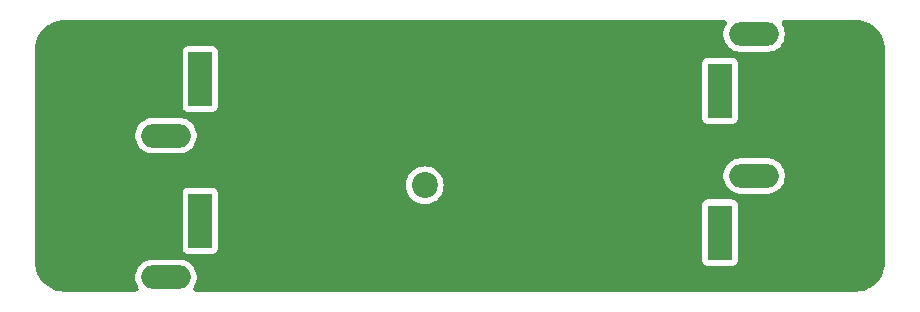
<source format=gbr>
%TF.GenerationSoftware,KiCad,Pcbnew,8.0.5*%
%TF.CreationDate,2024-12-30T19:02:22+01:00*%
%TF.ProjectId,ledPowerConnector,6c656450-6f77-4657-9243-6f6e6e656374,rev?*%
%TF.SameCoordinates,Original*%
%TF.FileFunction,Copper,L2,Bot*%
%TF.FilePolarity,Positive*%
%FSLAX46Y46*%
G04 Gerber Fmt 4.6, Leading zero omitted, Abs format (unit mm)*
G04 Created by KiCad (PCBNEW 8.0.5) date 2024-12-30 19:02:22*
%MOMM*%
%LPD*%
G01*
G04 APERTURE LIST*
%TA.AperFunction,ComponentPad*%
%ADD10C,2.200000*%
%TD*%
%TA.AperFunction,ComponentPad*%
%ADD11R,2.000000X4.600000*%
%TD*%
%TA.AperFunction,ComponentPad*%
%ADD12O,4.200000X2.000000*%
%TD*%
%TA.AperFunction,ComponentPad*%
%ADD13O,2.000000X4.200000*%
%TD*%
G04 APERTURE END LIST*
D10*
%TO.P,J6,1,Pin_1*%
%TO.N,/V+*%
X145500000Y-107500000D03*
%TD*%
D11*
%TO.P,J3,1*%
%TO.N,/V+*%
X126500000Y-110500000D03*
D12*
%TO.P,J3,2*%
%TO.N,unconnected-(J3-Pad2)*%
X123600000Y-115300000D03*
D13*
%TO.P,J3,3*%
%TO.N,/V-*%
X120200000Y-110500000D03*
%TD*%
D11*
%TO.P,J2,1*%
%TO.N,/V+*%
X170500000Y-111500000D03*
D12*
%TO.P,J2,2*%
%TO.N,unconnected-(J2-Pad2)*%
X173400000Y-106700000D03*
D13*
%TO.P,J2,3*%
%TO.N,/V-*%
X176800000Y-111500000D03*
%TD*%
D11*
%TO.P,J4,1*%
%TO.N,/V+*%
X126500000Y-98500000D03*
D12*
%TO.P,J4,2*%
%TO.N,unconnected-(J4-Pad2)*%
X123600000Y-103300000D03*
D13*
%TO.P,J4,3*%
%TO.N,/V-*%
X120200000Y-98500000D03*
%TD*%
D11*
%TO.P,J1,1*%
%TO.N,/V+*%
X170500000Y-99500000D03*
D12*
%TO.P,J1,2*%
%TO.N,unconnected-(J1-Pad2)*%
X173400000Y-94700000D03*
D13*
%TO.P,J1,3*%
%TO.N,/V-*%
X176800000Y-99500000D03*
%TD*%
D10*
%TO.P,J5,1,Pin_1*%
%TO.N,/V-*%
X140500000Y-107500000D03*
%TD*%
%TA.AperFunction,Conductor*%
%TO.N,/V-*%
G36*
X170923365Y-93519454D02*
G01*
X171004147Y-93573430D01*
X171058123Y-93654212D01*
X171077077Y-93749500D01*
X171058123Y-93844788D01*
X171029523Y-93895858D01*
X171016659Y-93913563D01*
X170909430Y-94124012D01*
X170836446Y-94348635D01*
X170799501Y-94581896D01*
X170799500Y-94581912D01*
X170799500Y-94818087D01*
X170799501Y-94818103D01*
X170836446Y-95051364D01*
X170836447Y-95051368D01*
X170909432Y-95275992D01*
X170966222Y-95387448D01*
X171016659Y-95486437D01*
X171155478Y-95677504D01*
X171155480Y-95677506D01*
X171155483Y-95677510D01*
X171322490Y-95844517D01*
X171322493Y-95844519D01*
X171322495Y-95844521D01*
X171513562Y-95983340D01*
X171513564Y-95983341D01*
X171513567Y-95983343D01*
X171724008Y-96090568D01*
X171948632Y-96163553D01*
X172181908Y-96200500D01*
X172181912Y-96200500D01*
X174618088Y-96200500D01*
X174618092Y-96200500D01*
X174851368Y-96163553D01*
X175075992Y-96090568D01*
X175286433Y-95983343D01*
X175477510Y-95844517D01*
X175644517Y-95677510D01*
X175783343Y-95486433D01*
X175890568Y-95275992D01*
X175963553Y-95051368D01*
X176000500Y-94818092D01*
X176000500Y-94581908D01*
X175963553Y-94348632D01*
X175890568Y-94124008D01*
X175783343Y-93913567D01*
X175770477Y-93895858D01*
X175729803Y-93807627D01*
X175725989Y-93710547D01*
X175759616Y-93619397D01*
X175825565Y-93548054D01*
X175913796Y-93507380D01*
X175971923Y-93500500D01*
X181934108Y-93500500D01*
X181992472Y-93500500D01*
X182007505Y-93500954D01*
X182020011Y-93501710D01*
X182286261Y-93517815D01*
X182316088Y-93521437D01*
X182583363Y-93570417D01*
X182612546Y-93577610D01*
X182871956Y-93658446D01*
X182900059Y-93669103D01*
X183147845Y-93780623D01*
X183174464Y-93794594D01*
X183406989Y-93935161D01*
X183431734Y-93952241D01*
X183645616Y-94119806D01*
X183668123Y-94139745D01*
X183860254Y-94331876D01*
X183880193Y-94354383D01*
X184047758Y-94568265D01*
X184064838Y-94593010D01*
X184205405Y-94825535D01*
X184219379Y-94852160D01*
X184330893Y-95099934D01*
X184341555Y-95128049D01*
X184422387Y-95387448D01*
X184429583Y-95416642D01*
X184478560Y-95683899D01*
X184482185Y-95713749D01*
X184499046Y-95992494D01*
X184499500Y-96007528D01*
X184499500Y-113992471D01*
X184499046Y-114007505D01*
X184482185Y-114286250D01*
X184478560Y-114316100D01*
X184429583Y-114583357D01*
X184422387Y-114612551D01*
X184341555Y-114871950D01*
X184330893Y-114900065D01*
X184219379Y-115147839D01*
X184205405Y-115174464D01*
X184064838Y-115406989D01*
X184047758Y-115431734D01*
X183880193Y-115645616D01*
X183860254Y-115668123D01*
X183668123Y-115860254D01*
X183645616Y-115880193D01*
X183431734Y-116047758D01*
X183406989Y-116064838D01*
X183174464Y-116205405D01*
X183147839Y-116219379D01*
X182900065Y-116330893D01*
X182871950Y-116341555D01*
X182612551Y-116422387D01*
X182583357Y-116429583D01*
X182316100Y-116478560D01*
X182286250Y-116482185D01*
X182007506Y-116499046D01*
X181992472Y-116499500D01*
X126171923Y-116499500D01*
X126076635Y-116480546D01*
X125995853Y-116426570D01*
X125941877Y-116345788D01*
X125922923Y-116250500D01*
X125941877Y-116155212D01*
X125970477Y-116104142D01*
X125974562Y-116098518D01*
X125983343Y-116086433D01*
X126090568Y-115875992D01*
X126163553Y-115651368D01*
X126200500Y-115418092D01*
X126200500Y-115181908D01*
X126163553Y-114948632D01*
X126090568Y-114724008D01*
X125983343Y-114513567D01*
X125983341Y-114513564D01*
X125983340Y-114513562D01*
X125844521Y-114322495D01*
X125844519Y-114322493D01*
X125844517Y-114322490D01*
X125677510Y-114155483D01*
X125677506Y-114155480D01*
X125677504Y-114155478D01*
X125486437Y-114016659D01*
X125324421Y-113934108D01*
X125275992Y-113909432D01*
X125275989Y-113909431D01*
X125275987Y-113909430D01*
X125151079Y-113868845D01*
X125051368Y-113836447D01*
X125051366Y-113836446D01*
X125051364Y-113836446D01*
X124818103Y-113799501D01*
X124818094Y-113799500D01*
X124818092Y-113799500D01*
X122381908Y-113799500D01*
X122381905Y-113799500D01*
X122381896Y-113799501D01*
X122148635Y-113836446D01*
X121924012Y-113909430D01*
X121713562Y-114016659D01*
X121522495Y-114155478D01*
X121355478Y-114322495D01*
X121216659Y-114513562D01*
X121109430Y-114724012D01*
X121036446Y-114948635D01*
X120999501Y-115181896D01*
X120999500Y-115181912D01*
X120999500Y-115418087D01*
X120999501Y-115418103D01*
X121012229Y-115498462D01*
X121036447Y-115651368D01*
X121109432Y-115875992D01*
X121201685Y-116057048D01*
X121216659Y-116086436D01*
X121229523Y-116104142D01*
X121270197Y-116192373D01*
X121274011Y-116289453D01*
X121240384Y-116380603D01*
X121174435Y-116451946D01*
X121086204Y-116492620D01*
X121028077Y-116499500D01*
X115007528Y-116499500D01*
X114992494Y-116499046D01*
X114713749Y-116482185D01*
X114683899Y-116478560D01*
X114416642Y-116429583D01*
X114387448Y-116422387D01*
X114128049Y-116341555D01*
X114099934Y-116330893D01*
X113852160Y-116219379D01*
X113825535Y-116205405D01*
X113593010Y-116064838D01*
X113568265Y-116047758D01*
X113354383Y-115880193D01*
X113331876Y-115860254D01*
X113139745Y-115668123D01*
X113119806Y-115645616D01*
X112952241Y-115431734D01*
X112935161Y-115406989D01*
X112807421Y-115195682D01*
X112794593Y-115174463D01*
X112780620Y-115147839D01*
X112690964Y-114948632D01*
X112669103Y-114900059D01*
X112658444Y-114871950D01*
X112612343Y-114724008D01*
X112577610Y-114612546D01*
X112570416Y-114583357D01*
X112557752Y-114514250D01*
X112521437Y-114316088D01*
X112517815Y-114286261D01*
X112500954Y-114007504D01*
X112500500Y-113992471D01*
X112500500Y-108152123D01*
X124999500Y-108152123D01*
X124999500Y-112847865D01*
X124999500Y-112847868D01*
X124999501Y-112847872D01*
X125001567Y-112867093D01*
X125005908Y-112907480D01*
X125005909Y-112907483D01*
X125056204Y-113042331D01*
X125142454Y-113157546D01*
X125257669Y-113243796D01*
X125392517Y-113294091D01*
X125452127Y-113300500D01*
X127547872Y-113300499D01*
X127607483Y-113294091D01*
X127742331Y-113243796D01*
X127857546Y-113157546D01*
X127943796Y-113042331D01*
X127994091Y-112907483D01*
X128000500Y-112847873D01*
X128000499Y-109152123D01*
X168999500Y-109152123D01*
X168999500Y-113847865D01*
X168999500Y-113847868D01*
X168999501Y-113847872D01*
X169001567Y-113867093D01*
X169005908Y-113907480D01*
X169005909Y-113907484D01*
X169046628Y-114016657D01*
X169056204Y-114042331D01*
X169142454Y-114157546D01*
X169257669Y-114243796D01*
X169392517Y-114294091D01*
X169452127Y-114300500D01*
X171547872Y-114300499D01*
X171607483Y-114294091D01*
X171742331Y-114243796D01*
X171857546Y-114157546D01*
X171943796Y-114042331D01*
X171994091Y-113907483D01*
X172000500Y-113847873D01*
X172000499Y-109152128D01*
X171994091Y-109092517D01*
X171943796Y-108957669D01*
X171857546Y-108842454D01*
X171742331Y-108756204D01*
X171662117Y-108726286D01*
X171607481Y-108705908D01*
X171547873Y-108699500D01*
X169452134Y-108699500D01*
X169452130Y-108699500D01*
X169452128Y-108699501D01*
X169439314Y-108700878D01*
X169392519Y-108705908D01*
X169392515Y-108705909D01*
X169257670Y-108756203D01*
X169142455Y-108842453D01*
X169142453Y-108842455D01*
X169056204Y-108957669D01*
X169005908Y-109092518D01*
X168999500Y-109152123D01*
X128000499Y-109152123D01*
X128000499Y-108152128D01*
X127994091Y-108092517D01*
X127943796Y-107957669D01*
X127857546Y-107842454D01*
X127742331Y-107756204D01*
X127662117Y-107726286D01*
X127607481Y-107705908D01*
X127547873Y-107699500D01*
X125452134Y-107699500D01*
X125452130Y-107699500D01*
X125452128Y-107699501D01*
X125439314Y-107700878D01*
X125392519Y-107705908D01*
X125392515Y-107705909D01*
X125257670Y-107756203D01*
X125142455Y-107842453D01*
X125142453Y-107842455D01*
X125056204Y-107957669D01*
X125005908Y-108092518D01*
X124999500Y-108152123D01*
X112500500Y-108152123D01*
X112500500Y-107499994D01*
X143894551Y-107499994D01*
X143894551Y-107500005D01*
X143914316Y-107751145D01*
X143973126Y-107996108D01*
X143973129Y-107996116D01*
X144069533Y-108228858D01*
X144069537Y-108228864D01*
X144201158Y-108443652D01*
X144201160Y-108443654D01*
X144201163Y-108443657D01*
X144201164Y-108443659D01*
X144364776Y-108635224D01*
X144556341Y-108798836D01*
X144556345Y-108798839D01*
X144556347Y-108798841D01*
X144728971Y-108904624D01*
X144771141Y-108930466D01*
X145003889Y-109026873D01*
X145248852Y-109085683D01*
X145320608Y-109091330D01*
X145499995Y-109105449D01*
X145500000Y-109105449D01*
X145500005Y-109105449D01*
X145664340Y-109092515D01*
X145751148Y-109085683D01*
X145996111Y-109026873D01*
X146228859Y-108930466D01*
X146350974Y-108855633D01*
X146443652Y-108798841D01*
X146443654Y-108798839D01*
X146443653Y-108798839D01*
X146443659Y-108798836D01*
X146635224Y-108635224D01*
X146798836Y-108443659D01*
X146798839Y-108443653D01*
X146798841Y-108443652D01*
X146855633Y-108350974D01*
X146930466Y-108228859D01*
X147026873Y-107996111D01*
X147085683Y-107751148D01*
X147105449Y-107500000D01*
X147104381Y-107486433D01*
X147085683Y-107248854D01*
X147038272Y-107051368D01*
X147026873Y-107003889D01*
X146930466Y-106771141D01*
X146904624Y-106728971D01*
X146814507Y-106581912D01*
X170799500Y-106581912D01*
X170799500Y-106818087D01*
X170799501Y-106818103D01*
X170836446Y-107051364D01*
X170900613Y-107248852D01*
X170909432Y-107275992D01*
X171009683Y-107472747D01*
X171016659Y-107486437D01*
X171155478Y-107677504D01*
X171155480Y-107677506D01*
X171155483Y-107677510D01*
X171322490Y-107844517D01*
X171322493Y-107844519D01*
X171322495Y-107844521D01*
X171513562Y-107983340D01*
X171513564Y-107983341D01*
X171513567Y-107983343D01*
X171724008Y-108090568D01*
X171948632Y-108163553D01*
X172181908Y-108200500D01*
X172181912Y-108200500D01*
X174618088Y-108200500D01*
X174618092Y-108200500D01*
X174851368Y-108163553D01*
X175075992Y-108090568D01*
X175286433Y-107983343D01*
X175477510Y-107844517D01*
X175644517Y-107677510D01*
X175783343Y-107486433D01*
X175890568Y-107275992D01*
X175963553Y-107051368D01*
X176000500Y-106818092D01*
X176000500Y-106581908D01*
X175963553Y-106348632D01*
X175890568Y-106124008D01*
X175783343Y-105913567D01*
X175783341Y-105913564D01*
X175783340Y-105913562D01*
X175644521Y-105722495D01*
X175644519Y-105722493D01*
X175644517Y-105722490D01*
X175477510Y-105555483D01*
X175477506Y-105555480D01*
X175477504Y-105555478D01*
X175286437Y-105416659D01*
X175272747Y-105409683D01*
X175075992Y-105309432D01*
X175075989Y-105309431D01*
X175075987Y-105309430D01*
X174951079Y-105268845D01*
X174851368Y-105236447D01*
X174851366Y-105236446D01*
X174851364Y-105236446D01*
X174618103Y-105199501D01*
X174618094Y-105199500D01*
X174618092Y-105199500D01*
X172181908Y-105199500D01*
X172181905Y-105199500D01*
X172181896Y-105199501D01*
X171948635Y-105236446D01*
X171724012Y-105309430D01*
X171513562Y-105416659D01*
X171322495Y-105555478D01*
X171155478Y-105722495D01*
X171016659Y-105913562D01*
X170909430Y-106124012D01*
X170836446Y-106348635D01*
X170799501Y-106581896D01*
X170799500Y-106581912D01*
X146814507Y-106581912D01*
X146798841Y-106556347D01*
X146798839Y-106556345D01*
X146798836Y-106556341D01*
X146635224Y-106364776D01*
X146443659Y-106201164D01*
X146443657Y-106201163D01*
X146443654Y-106201160D01*
X146443652Y-106201158D01*
X146228864Y-106069537D01*
X146228858Y-106069533D01*
X145996116Y-105973129D01*
X145996108Y-105973126D01*
X145751145Y-105914316D01*
X145500005Y-105894551D01*
X145499995Y-105894551D01*
X145248854Y-105914316D01*
X145003891Y-105973126D01*
X145003883Y-105973129D01*
X144771141Y-106069533D01*
X144771135Y-106069537D01*
X144556347Y-106201158D01*
X144556345Y-106201160D01*
X144364779Y-106364773D01*
X144364773Y-106364779D01*
X144201160Y-106556345D01*
X144201158Y-106556347D01*
X144069537Y-106771135D01*
X144069533Y-106771141D01*
X143973129Y-107003883D01*
X143973126Y-107003891D01*
X143914316Y-107248854D01*
X143894551Y-107499994D01*
X112500500Y-107499994D01*
X112500500Y-103181912D01*
X120999500Y-103181912D01*
X120999500Y-103418087D01*
X120999501Y-103418103D01*
X121036446Y-103651364D01*
X121036447Y-103651368D01*
X121109432Y-103875992D01*
X121209683Y-104072747D01*
X121216659Y-104086437D01*
X121355478Y-104277504D01*
X121355480Y-104277506D01*
X121355483Y-104277510D01*
X121522490Y-104444517D01*
X121522493Y-104444519D01*
X121522495Y-104444521D01*
X121713562Y-104583340D01*
X121713564Y-104583341D01*
X121713567Y-104583343D01*
X121924008Y-104690568D01*
X122148632Y-104763553D01*
X122381908Y-104800500D01*
X122381912Y-104800500D01*
X124818088Y-104800500D01*
X124818092Y-104800500D01*
X125051368Y-104763553D01*
X125275992Y-104690568D01*
X125486433Y-104583343D01*
X125677510Y-104444517D01*
X125844517Y-104277510D01*
X125983343Y-104086433D01*
X126090568Y-103875992D01*
X126163553Y-103651368D01*
X126200500Y-103418092D01*
X126200500Y-103181908D01*
X126163553Y-102948632D01*
X126090568Y-102724008D01*
X125983343Y-102513567D01*
X125983341Y-102513564D01*
X125983340Y-102513562D01*
X125844521Y-102322495D01*
X125844519Y-102322493D01*
X125844517Y-102322490D01*
X125677510Y-102155483D01*
X125677506Y-102155480D01*
X125677504Y-102155478D01*
X125486437Y-102016659D01*
X125472747Y-102009683D01*
X125275992Y-101909432D01*
X125275989Y-101909431D01*
X125275987Y-101909430D01*
X125151079Y-101868845D01*
X125051368Y-101836447D01*
X125051366Y-101836446D01*
X125051364Y-101836446D01*
X124818103Y-101799501D01*
X124818094Y-101799500D01*
X124818092Y-101799500D01*
X122381908Y-101799500D01*
X122381905Y-101799500D01*
X122381896Y-101799501D01*
X122148635Y-101836446D01*
X121924012Y-101909430D01*
X121713562Y-102016659D01*
X121522495Y-102155478D01*
X121355478Y-102322495D01*
X121216659Y-102513562D01*
X121109430Y-102724012D01*
X121036446Y-102948635D01*
X120999501Y-103181896D01*
X120999500Y-103181912D01*
X112500500Y-103181912D01*
X112500500Y-96152123D01*
X124999500Y-96152123D01*
X124999500Y-100847865D01*
X124999500Y-100847868D01*
X124999501Y-100847872D01*
X125001567Y-100867093D01*
X125005908Y-100907480D01*
X125005909Y-100907483D01*
X125056204Y-101042331D01*
X125142454Y-101157546D01*
X125257669Y-101243796D01*
X125392517Y-101294091D01*
X125452127Y-101300500D01*
X127547872Y-101300499D01*
X127607483Y-101294091D01*
X127742331Y-101243796D01*
X127857546Y-101157546D01*
X127943796Y-101042331D01*
X127994091Y-100907483D01*
X128000500Y-100847873D01*
X128000499Y-97152123D01*
X168999500Y-97152123D01*
X168999500Y-101847865D01*
X168999500Y-101847868D01*
X168999501Y-101847872D01*
X169001567Y-101867093D01*
X169005908Y-101907480D01*
X169005909Y-101907483D01*
X169056204Y-102042331D01*
X169142454Y-102157546D01*
X169257669Y-102243796D01*
X169392517Y-102294091D01*
X169452127Y-102300500D01*
X171547872Y-102300499D01*
X171607483Y-102294091D01*
X171742331Y-102243796D01*
X171857546Y-102157546D01*
X171943796Y-102042331D01*
X171994091Y-101907483D01*
X172000500Y-101847873D01*
X172000499Y-97152128D01*
X171994091Y-97092517D01*
X171943796Y-96957669D01*
X171857546Y-96842454D01*
X171742331Y-96756204D01*
X171662117Y-96726286D01*
X171607481Y-96705908D01*
X171547873Y-96699500D01*
X169452134Y-96699500D01*
X169452130Y-96699500D01*
X169452128Y-96699501D01*
X169439314Y-96700878D01*
X169392519Y-96705908D01*
X169392515Y-96705909D01*
X169257670Y-96756203D01*
X169142455Y-96842453D01*
X169142453Y-96842455D01*
X169056204Y-96957669D01*
X169005908Y-97092518D01*
X168999500Y-97152123D01*
X128000499Y-97152123D01*
X128000499Y-96152128D01*
X127994091Y-96092517D01*
X127943796Y-95957669D01*
X127857546Y-95842454D01*
X127742331Y-95756204D01*
X127628506Y-95713750D01*
X127607481Y-95705908D01*
X127547873Y-95699500D01*
X125452134Y-95699500D01*
X125452130Y-95699500D01*
X125452128Y-95699501D01*
X125439314Y-95700878D01*
X125392519Y-95705908D01*
X125392515Y-95705909D01*
X125257670Y-95756203D01*
X125142455Y-95842453D01*
X125142453Y-95842455D01*
X125056204Y-95957669D01*
X125005908Y-96092518D01*
X124999500Y-96152123D01*
X112500500Y-96152123D01*
X112500500Y-96007528D01*
X112500954Y-95992495D01*
X112503060Y-95957670D01*
X112517815Y-95713736D01*
X112521437Y-95683913D01*
X112570418Y-95416632D01*
X112577609Y-95387457D01*
X112658448Y-95128037D01*
X112669101Y-95099945D01*
X112780626Y-94852147D01*
X112794589Y-94825543D01*
X112935161Y-94593010D01*
X112952241Y-94568265D01*
X113119813Y-94354374D01*
X113139737Y-94331884D01*
X113331884Y-94139737D01*
X113354374Y-94119813D01*
X113568268Y-93952238D01*
X113593010Y-93935161D01*
X113658025Y-93895858D01*
X113825543Y-93794589D01*
X113852147Y-93780626D01*
X114099945Y-93669101D01*
X114128037Y-93658448D01*
X114387457Y-93577609D01*
X114416632Y-93570418D01*
X114683913Y-93521437D01*
X114713736Y-93517815D01*
X114980895Y-93501655D01*
X114992495Y-93500954D01*
X115007528Y-93500500D01*
X115065892Y-93500500D01*
X170828077Y-93500500D01*
X170923365Y-93519454D01*
G37*
%TD.AperFunction*%
%TD*%
M02*

</source>
